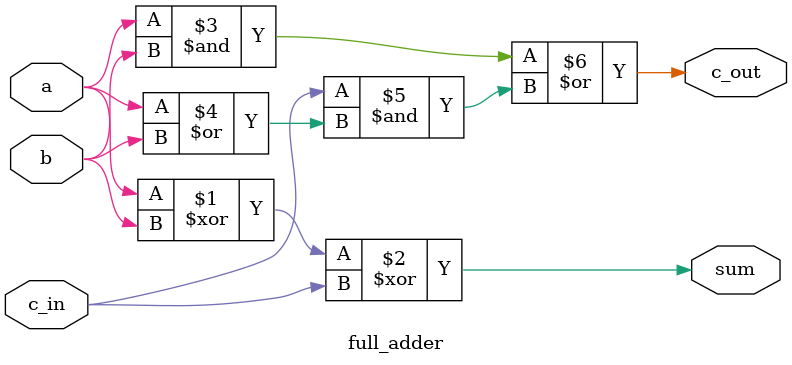
<source format=v>
module full_adder (
    input a, b, c_in, // Define input ports a, b and c_in
    output sum , c_out // Define output ports sum and c_out
);

assign sum = a^b^c_in; // Define Sum logic
assign c_out = a & b | c_in & (a | b); // Define Carry_out logic

endmodule

</source>
